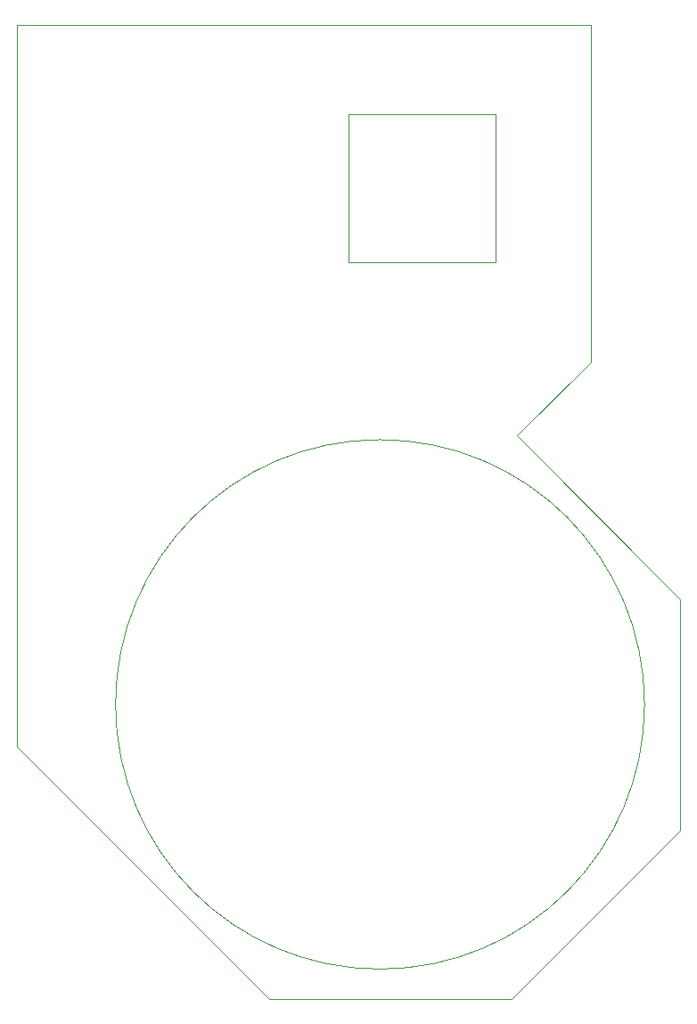
<source format=gbr>
%TF.GenerationSoftware,KiCad,Pcbnew,8.0.7*%
%TF.CreationDate,2025-01-02T13:55:23-06:00*%
%TF.ProjectId,fuckball-top,6675636b-6261-46c6-9c2d-746f702e6b69,rev?*%
%TF.SameCoordinates,Original*%
%TF.FileFunction,Profile,NP*%
%FSLAX46Y46*%
G04 Gerber Fmt 4.6, Leading zero omitted, Abs format (unit mm)*
G04 Created by KiCad (PCBNEW 8.0.7) date 2025-01-02 13:55:23*
%MOMM*%
%LPD*%
G01*
G04 APERTURE LIST*
%TA.AperFunction,Profile*%
%ADD10C,0.050000*%
%TD*%
G04 APERTURE END LIST*
D10*
X192000000Y-45500000D02*
X206000000Y-45500000D01*
X206000000Y-59500000D01*
X192000000Y-59500000D01*
X192000000Y-45500000D01*
X215000000Y-69000000D02*
X208000000Y-76000000D01*
X223500000Y-91500000D01*
X223500000Y-113500000D01*
X207500000Y-129500000D01*
X184500000Y-129500000D01*
X160500000Y-105500000D01*
X160500000Y-37000000D01*
X215000000Y-37000000D01*
X215000000Y-69000000D01*
X220124689Y-101500000D02*
G75*
G02*
X169875311Y-101500000I-25124689J0D01*
G01*
X169875311Y-101500000D02*
G75*
G02*
X220124689Y-101500000I25124689J0D01*
G01*
M02*

</source>
